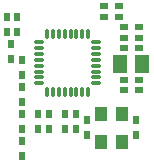
<source format=gtp>
%FSLAX24Y24*%
%MOIN*%
G70*
G01*
G75*
G04 Layer_Color=8421504*
%ADD10C,0.0070*%
%ADD11O,0.0354X0.0110*%
%ADD12O,0.0110X0.0354*%
%ADD13R,0.0512X0.0591*%
%ADD14R,0.0250X0.0200*%
%ADD15R,0.0433X0.0472*%
%ADD16R,0.0200X0.0250*%
%ADD17C,0.0060*%
%ADD18C,0.0100*%
%ADD19C,0.0300*%
%ADD20C,0.0320*%
%ADD21C,0.0050*%
%ADD22C,0.0043*%
D11*
X3841Y4449D02*
D03*
X1919Y3071D02*
D03*
X3841Y3465D02*
D03*
Y4252D02*
D03*
Y4055D02*
D03*
Y3858D02*
D03*
Y3268D02*
D03*
Y3071D02*
D03*
X1919Y3858D02*
D03*
Y4055D02*
D03*
Y3268D02*
D03*
Y3465D02*
D03*
Y3662D02*
D03*
Y4252D02*
D03*
Y4449D02*
D03*
X3841Y3662D02*
D03*
D12*
X2191Y4721D02*
D03*
X3569Y2799D02*
D03*
X2782D02*
D03*
X2585D02*
D03*
X3372D02*
D03*
X3175D02*
D03*
X2978D02*
D03*
X2388D02*
D03*
X2191D02*
D03*
X2978Y4721D02*
D03*
X3175D02*
D03*
X2388D02*
D03*
X2585D02*
D03*
X2782D02*
D03*
X3372D02*
D03*
X3569D02*
D03*
D13*
X4626Y3710D02*
D03*
X5374D02*
D03*
D14*
X5250Y3190D02*
D03*
X4750D02*
D03*
X5250Y2840D02*
D03*
X4750D02*
D03*
X5250Y4240D02*
D03*
X4750D02*
D03*
X5250Y4590D02*
D03*
X4750D02*
D03*
X4100Y5640D02*
D03*
X4600D02*
D03*
X4750Y4940D02*
D03*
X5250D02*
D03*
X4100Y5290D02*
D03*
X4600D02*
D03*
D15*
X4700Y2047D02*
D03*
X4000D02*
D03*
X4700Y1107D02*
D03*
X3999D02*
D03*
D16*
X2800Y1540D02*
D03*
Y2040D02*
D03*
X3150Y1540D02*
D03*
Y2040D02*
D03*
X1900D02*
D03*
Y1540D02*
D03*
X2250D02*
D03*
Y2040D02*
D03*
X5150Y1340D02*
D03*
Y1840D02*
D03*
X3540Y1340D02*
D03*
Y1840D02*
D03*
X1350Y3340D02*
D03*
Y3840D02*
D03*
Y2040D02*
D03*
Y1540D02*
D03*
Y2440D02*
D03*
Y2940D02*
D03*
Y640D02*
D03*
Y1140D02*
D03*
X1000Y3890D02*
D03*
Y4390D02*
D03*
X850Y4790D02*
D03*
Y5290D02*
D03*
X1200Y4790D02*
D03*
Y5290D02*
D03*
M02*

</source>
